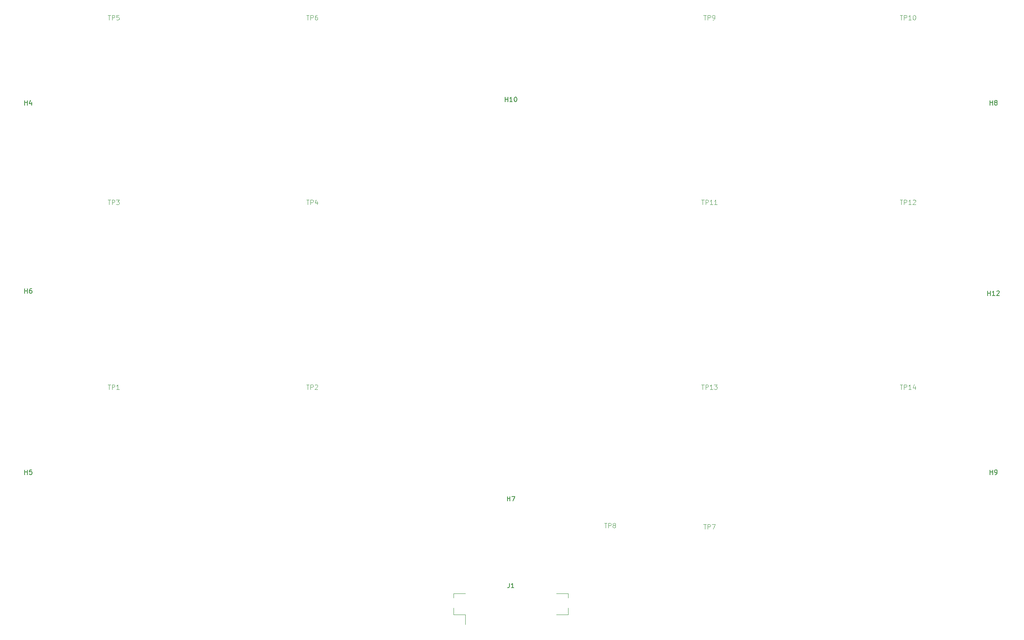
<source format=gbr>
%TF.GenerationSoftware,KiCad,Pcbnew,7.0.1*%
%TF.CreationDate,2025-05-26T15:04:13+02:00*%
%TF.ProjectId,federkontaktplatine,66656465-726b-46f6-9e74-616b74706c61,rev?*%
%TF.SameCoordinates,Original*%
%TF.FileFunction,Legend,Top*%
%TF.FilePolarity,Positive*%
%FSLAX46Y46*%
G04 Gerber Fmt 4.6, Leading zero omitted, Abs format (unit mm)*
G04 Created by KiCad (PCBNEW 7.0.1) date 2025-05-26 15:04:13*
%MOMM*%
%LPD*%
G01*
G04 APERTURE LIST*
%ADD10C,0.150000*%
%ADD11C,0.100000*%
%ADD12C,0.120000*%
G04 APERTURE END LIST*
D10*
%TO.C,H5*%
X42738095Y-135912619D02*
X42738095Y-134912619D01*
X42738095Y-135388809D02*
X43309523Y-135388809D01*
X43309523Y-135912619D02*
X43309523Y-134912619D01*
X44261904Y-134912619D02*
X43785714Y-134912619D01*
X43785714Y-134912619D02*
X43738095Y-135388809D01*
X43738095Y-135388809D02*
X43785714Y-135341190D01*
X43785714Y-135341190D02*
X43880952Y-135293571D01*
X43880952Y-135293571D02*
X44119047Y-135293571D01*
X44119047Y-135293571D02*
X44214285Y-135341190D01*
X44214285Y-135341190D02*
X44261904Y-135388809D01*
X44261904Y-135388809D02*
X44309523Y-135484047D01*
X44309523Y-135484047D02*
X44309523Y-135722142D01*
X44309523Y-135722142D02*
X44261904Y-135817380D01*
X44261904Y-135817380D02*
X44214285Y-135865000D01*
X44214285Y-135865000D02*
X44119047Y-135912619D01*
X44119047Y-135912619D02*
X43880952Y-135912619D01*
X43880952Y-135912619D02*
X43785714Y-135865000D01*
X43785714Y-135865000D02*
X43738095Y-135817380D01*
%TO.C,H12*%
X251261905Y-97162619D02*
X251261905Y-96162619D01*
X251261905Y-96638809D02*
X251833333Y-96638809D01*
X251833333Y-97162619D02*
X251833333Y-96162619D01*
X252833333Y-97162619D02*
X252261905Y-97162619D01*
X252547619Y-97162619D02*
X252547619Y-96162619D01*
X252547619Y-96162619D02*
X252452381Y-96305476D01*
X252452381Y-96305476D02*
X252357143Y-96400714D01*
X252357143Y-96400714D02*
X252261905Y-96448333D01*
X253214286Y-96257857D02*
X253261905Y-96210238D01*
X253261905Y-96210238D02*
X253357143Y-96162619D01*
X253357143Y-96162619D02*
X253595238Y-96162619D01*
X253595238Y-96162619D02*
X253690476Y-96210238D01*
X253690476Y-96210238D02*
X253738095Y-96257857D01*
X253738095Y-96257857D02*
X253785714Y-96353095D01*
X253785714Y-96353095D02*
X253785714Y-96448333D01*
X253785714Y-96448333D02*
X253738095Y-96591190D01*
X253738095Y-96591190D02*
X253166667Y-97162619D01*
X253166667Y-97162619D02*
X253785714Y-97162619D01*
%TO.C,H9*%
X251738095Y-135912619D02*
X251738095Y-134912619D01*
X251738095Y-135388809D02*
X252309523Y-135388809D01*
X252309523Y-135912619D02*
X252309523Y-134912619D01*
X252833333Y-135912619D02*
X253023809Y-135912619D01*
X253023809Y-135912619D02*
X253119047Y-135865000D01*
X253119047Y-135865000D02*
X253166666Y-135817380D01*
X253166666Y-135817380D02*
X253261904Y-135674523D01*
X253261904Y-135674523D02*
X253309523Y-135484047D01*
X253309523Y-135484047D02*
X253309523Y-135103095D01*
X253309523Y-135103095D02*
X253261904Y-135007857D01*
X253261904Y-135007857D02*
X253214285Y-134960238D01*
X253214285Y-134960238D02*
X253119047Y-134912619D01*
X253119047Y-134912619D02*
X252928571Y-134912619D01*
X252928571Y-134912619D02*
X252833333Y-134960238D01*
X252833333Y-134960238D02*
X252785714Y-135007857D01*
X252785714Y-135007857D02*
X252738095Y-135103095D01*
X252738095Y-135103095D02*
X252738095Y-135341190D01*
X252738095Y-135341190D02*
X252785714Y-135436428D01*
X252785714Y-135436428D02*
X252833333Y-135484047D01*
X252833333Y-135484047D02*
X252928571Y-135531666D01*
X252928571Y-135531666D02*
X253119047Y-135531666D01*
X253119047Y-135531666D02*
X253214285Y-135484047D01*
X253214285Y-135484047D02*
X253261904Y-135436428D01*
X253261904Y-135436428D02*
X253309523Y-135341190D01*
%TO.C,H6*%
X42738095Y-96662619D02*
X42738095Y-95662619D01*
X42738095Y-96138809D02*
X43309523Y-96138809D01*
X43309523Y-96662619D02*
X43309523Y-95662619D01*
X44214285Y-95662619D02*
X44023809Y-95662619D01*
X44023809Y-95662619D02*
X43928571Y-95710238D01*
X43928571Y-95710238D02*
X43880952Y-95757857D01*
X43880952Y-95757857D02*
X43785714Y-95900714D01*
X43785714Y-95900714D02*
X43738095Y-96091190D01*
X43738095Y-96091190D02*
X43738095Y-96472142D01*
X43738095Y-96472142D02*
X43785714Y-96567380D01*
X43785714Y-96567380D02*
X43833333Y-96615000D01*
X43833333Y-96615000D02*
X43928571Y-96662619D01*
X43928571Y-96662619D02*
X44119047Y-96662619D01*
X44119047Y-96662619D02*
X44214285Y-96615000D01*
X44214285Y-96615000D02*
X44261904Y-96567380D01*
X44261904Y-96567380D02*
X44309523Y-96472142D01*
X44309523Y-96472142D02*
X44309523Y-96234047D01*
X44309523Y-96234047D02*
X44261904Y-96138809D01*
X44261904Y-96138809D02*
X44214285Y-96091190D01*
X44214285Y-96091190D02*
X44119047Y-96043571D01*
X44119047Y-96043571D02*
X43928571Y-96043571D01*
X43928571Y-96043571D02*
X43833333Y-96091190D01*
X43833333Y-96091190D02*
X43785714Y-96138809D01*
X43785714Y-96138809D02*
X43738095Y-96234047D01*
%TO.C,H4*%
X42738095Y-55912619D02*
X42738095Y-54912619D01*
X42738095Y-55388809D02*
X43309523Y-55388809D01*
X43309523Y-55912619D02*
X43309523Y-54912619D01*
X44214285Y-55245952D02*
X44214285Y-55912619D01*
X43976190Y-54865000D02*
X43738095Y-55579285D01*
X43738095Y-55579285D02*
X44357142Y-55579285D01*
%TO.C,H10*%
X146761905Y-55162619D02*
X146761905Y-54162619D01*
X146761905Y-54638809D02*
X147333333Y-54638809D01*
X147333333Y-55162619D02*
X147333333Y-54162619D01*
X148333333Y-55162619D02*
X147761905Y-55162619D01*
X148047619Y-55162619D02*
X148047619Y-54162619D01*
X148047619Y-54162619D02*
X147952381Y-54305476D01*
X147952381Y-54305476D02*
X147857143Y-54400714D01*
X147857143Y-54400714D02*
X147761905Y-54448333D01*
X148952381Y-54162619D02*
X149047619Y-54162619D01*
X149047619Y-54162619D02*
X149142857Y-54210238D01*
X149142857Y-54210238D02*
X149190476Y-54257857D01*
X149190476Y-54257857D02*
X149238095Y-54353095D01*
X149238095Y-54353095D02*
X149285714Y-54543571D01*
X149285714Y-54543571D02*
X149285714Y-54781666D01*
X149285714Y-54781666D02*
X149238095Y-54972142D01*
X149238095Y-54972142D02*
X149190476Y-55067380D01*
X149190476Y-55067380D02*
X149142857Y-55115000D01*
X149142857Y-55115000D02*
X149047619Y-55162619D01*
X149047619Y-55162619D02*
X148952381Y-55162619D01*
X148952381Y-55162619D02*
X148857143Y-55115000D01*
X148857143Y-55115000D02*
X148809524Y-55067380D01*
X148809524Y-55067380D02*
X148761905Y-54972142D01*
X148761905Y-54972142D02*
X148714286Y-54781666D01*
X148714286Y-54781666D02*
X148714286Y-54543571D01*
X148714286Y-54543571D02*
X148761905Y-54353095D01*
X148761905Y-54353095D02*
X148809524Y-54257857D01*
X148809524Y-54257857D02*
X148857143Y-54210238D01*
X148857143Y-54210238D02*
X148952381Y-54162619D01*
%TO.C,H7*%
X147238095Y-141662619D02*
X147238095Y-140662619D01*
X147238095Y-141138809D02*
X147809523Y-141138809D01*
X147809523Y-141662619D02*
X147809523Y-140662619D01*
X148190476Y-140662619D02*
X148857142Y-140662619D01*
X148857142Y-140662619D02*
X148428571Y-141662619D01*
%TO.C,H8*%
X251738095Y-55912619D02*
X251738095Y-54912619D01*
X251738095Y-55388809D02*
X252309523Y-55388809D01*
X252309523Y-55912619D02*
X252309523Y-54912619D01*
X252928571Y-55341190D02*
X252833333Y-55293571D01*
X252833333Y-55293571D02*
X252785714Y-55245952D01*
X252785714Y-55245952D02*
X252738095Y-55150714D01*
X252738095Y-55150714D02*
X252738095Y-55103095D01*
X252738095Y-55103095D02*
X252785714Y-55007857D01*
X252785714Y-55007857D02*
X252833333Y-54960238D01*
X252833333Y-54960238D02*
X252928571Y-54912619D01*
X252928571Y-54912619D02*
X253119047Y-54912619D01*
X253119047Y-54912619D02*
X253214285Y-54960238D01*
X253214285Y-54960238D02*
X253261904Y-55007857D01*
X253261904Y-55007857D02*
X253309523Y-55103095D01*
X253309523Y-55103095D02*
X253309523Y-55150714D01*
X253309523Y-55150714D02*
X253261904Y-55245952D01*
X253261904Y-55245952D02*
X253214285Y-55293571D01*
X253214285Y-55293571D02*
X253119047Y-55341190D01*
X253119047Y-55341190D02*
X252928571Y-55341190D01*
X252928571Y-55341190D02*
X252833333Y-55388809D01*
X252833333Y-55388809D02*
X252785714Y-55436428D01*
X252785714Y-55436428D02*
X252738095Y-55531666D01*
X252738095Y-55531666D02*
X252738095Y-55722142D01*
X252738095Y-55722142D02*
X252785714Y-55817380D01*
X252785714Y-55817380D02*
X252833333Y-55865000D01*
X252833333Y-55865000D02*
X252928571Y-55912619D01*
X252928571Y-55912619D02*
X253119047Y-55912619D01*
X253119047Y-55912619D02*
X253214285Y-55865000D01*
X253214285Y-55865000D02*
X253261904Y-55817380D01*
X253261904Y-55817380D02*
X253309523Y-55722142D01*
X253309523Y-55722142D02*
X253309523Y-55531666D01*
X253309523Y-55531666D02*
X253261904Y-55436428D01*
X253261904Y-55436428D02*
X253214285Y-55388809D01*
X253214285Y-55388809D02*
X253119047Y-55341190D01*
D11*
%TO.C,TP11*%
X189261905Y-76462619D02*
X189833333Y-76462619D01*
X189547619Y-77462619D02*
X189547619Y-76462619D01*
X190166667Y-77462619D02*
X190166667Y-76462619D01*
X190166667Y-76462619D02*
X190547619Y-76462619D01*
X190547619Y-76462619D02*
X190642857Y-76510238D01*
X190642857Y-76510238D02*
X190690476Y-76557857D01*
X190690476Y-76557857D02*
X190738095Y-76653095D01*
X190738095Y-76653095D02*
X190738095Y-76795952D01*
X190738095Y-76795952D02*
X190690476Y-76891190D01*
X190690476Y-76891190D02*
X190642857Y-76938809D01*
X190642857Y-76938809D02*
X190547619Y-76986428D01*
X190547619Y-76986428D02*
X190166667Y-76986428D01*
X191690476Y-77462619D02*
X191119048Y-77462619D01*
X191404762Y-77462619D02*
X191404762Y-76462619D01*
X191404762Y-76462619D02*
X191309524Y-76605476D01*
X191309524Y-76605476D02*
X191214286Y-76700714D01*
X191214286Y-76700714D02*
X191119048Y-76748333D01*
X192642857Y-77462619D02*
X192071429Y-77462619D01*
X192357143Y-77462619D02*
X192357143Y-76462619D01*
X192357143Y-76462619D02*
X192261905Y-76605476D01*
X192261905Y-76605476D02*
X192166667Y-76700714D01*
X192166667Y-76700714D02*
X192071429Y-76748333D01*
%TO.C,TP4*%
X103738095Y-76462619D02*
X104309523Y-76462619D01*
X104023809Y-77462619D02*
X104023809Y-76462619D01*
X104642857Y-77462619D02*
X104642857Y-76462619D01*
X104642857Y-76462619D02*
X105023809Y-76462619D01*
X105023809Y-76462619D02*
X105119047Y-76510238D01*
X105119047Y-76510238D02*
X105166666Y-76557857D01*
X105166666Y-76557857D02*
X105214285Y-76653095D01*
X105214285Y-76653095D02*
X105214285Y-76795952D01*
X105214285Y-76795952D02*
X105166666Y-76891190D01*
X105166666Y-76891190D02*
X105119047Y-76938809D01*
X105119047Y-76938809D02*
X105023809Y-76986428D01*
X105023809Y-76986428D02*
X104642857Y-76986428D01*
X106071428Y-76795952D02*
X106071428Y-77462619D01*
X105833333Y-76415000D02*
X105595238Y-77129285D01*
X105595238Y-77129285D02*
X106214285Y-77129285D01*
D10*
%TO.C,J1*%
X147666666Y-159462619D02*
X147666666Y-160176904D01*
X147666666Y-160176904D02*
X147619047Y-160319761D01*
X147619047Y-160319761D02*
X147523809Y-160415000D01*
X147523809Y-160415000D02*
X147380952Y-160462619D01*
X147380952Y-160462619D02*
X147285714Y-160462619D01*
X148666666Y-160462619D02*
X148095238Y-160462619D01*
X148380952Y-160462619D02*
X148380952Y-159462619D01*
X148380952Y-159462619D02*
X148285714Y-159605476D01*
X148285714Y-159605476D02*
X148190476Y-159700714D01*
X148190476Y-159700714D02*
X148095238Y-159748333D01*
D11*
%TO.C,TP8*%
X168238095Y-146462619D02*
X168809523Y-146462619D01*
X168523809Y-147462619D02*
X168523809Y-146462619D01*
X169142857Y-147462619D02*
X169142857Y-146462619D01*
X169142857Y-146462619D02*
X169523809Y-146462619D01*
X169523809Y-146462619D02*
X169619047Y-146510238D01*
X169619047Y-146510238D02*
X169666666Y-146557857D01*
X169666666Y-146557857D02*
X169714285Y-146653095D01*
X169714285Y-146653095D02*
X169714285Y-146795952D01*
X169714285Y-146795952D02*
X169666666Y-146891190D01*
X169666666Y-146891190D02*
X169619047Y-146938809D01*
X169619047Y-146938809D02*
X169523809Y-146986428D01*
X169523809Y-146986428D02*
X169142857Y-146986428D01*
X170285714Y-146891190D02*
X170190476Y-146843571D01*
X170190476Y-146843571D02*
X170142857Y-146795952D01*
X170142857Y-146795952D02*
X170095238Y-146700714D01*
X170095238Y-146700714D02*
X170095238Y-146653095D01*
X170095238Y-146653095D02*
X170142857Y-146557857D01*
X170142857Y-146557857D02*
X170190476Y-146510238D01*
X170190476Y-146510238D02*
X170285714Y-146462619D01*
X170285714Y-146462619D02*
X170476190Y-146462619D01*
X170476190Y-146462619D02*
X170571428Y-146510238D01*
X170571428Y-146510238D02*
X170619047Y-146557857D01*
X170619047Y-146557857D02*
X170666666Y-146653095D01*
X170666666Y-146653095D02*
X170666666Y-146700714D01*
X170666666Y-146700714D02*
X170619047Y-146795952D01*
X170619047Y-146795952D02*
X170571428Y-146843571D01*
X170571428Y-146843571D02*
X170476190Y-146891190D01*
X170476190Y-146891190D02*
X170285714Y-146891190D01*
X170285714Y-146891190D02*
X170190476Y-146938809D01*
X170190476Y-146938809D02*
X170142857Y-146986428D01*
X170142857Y-146986428D02*
X170095238Y-147081666D01*
X170095238Y-147081666D02*
X170095238Y-147272142D01*
X170095238Y-147272142D02*
X170142857Y-147367380D01*
X170142857Y-147367380D02*
X170190476Y-147415000D01*
X170190476Y-147415000D02*
X170285714Y-147462619D01*
X170285714Y-147462619D02*
X170476190Y-147462619D01*
X170476190Y-147462619D02*
X170571428Y-147415000D01*
X170571428Y-147415000D02*
X170619047Y-147367380D01*
X170619047Y-147367380D02*
X170666666Y-147272142D01*
X170666666Y-147272142D02*
X170666666Y-147081666D01*
X170666666Y-147081666D02*
X170619047Y-146986428D01*
X170619047Y-146986428D02*
X170571428Y-146938809D01*
X170571428Y-146938809D02*
X170476190Y-146891190D01*
%TO.C,TP5*%
X60738095Y-36462619D02*
X61309523Y-36462619D01*
X61023809Y-37462619D02*
X61023809Y-36462619D01*
X61642857Y-37462619D02*
X61642857Y-36462619D01*
X61642857Y-36462619D02*
X62023809Y-36462619D01*
X62023809Y-36462619D02*
X62119047Y-36510238D01*
X62119047Y-36510238D02*
X62166666Y-36557857D01*
X62166666Y-36557857D02*
X62214285Y-36653095D01*
X62214285Y-36653095D02*
X62214285Y-36795952D01*
X62214285Y-36795952D02*
X62166666Y-36891190D01*
X62166666Y-36891190D02*
X62119047Y-36938809D01*
X62119047Y-36938809D02*
X62023809Y-36986428D01*
X62023809Y-36986428D02*
X61642857Y-36986428D01*
X63119047Y-36462619D02*
X62642857Y-36462619D01*
X62642857Y-36462619D02*
X62595238Y-36938809D01*
X62595238Y-36938809D02*
X62642857Y-36891190D01*
X62642857Y-36891190D02*
X62738095Y-36843571D01*
X62738095Y-36843571D02*
X62976190Y-36843571D01*
X62976190Y-36843571D02*
X63071428Y-36891190D01*
X63071428Y-36891190D02*
X63119047Y-36938809D01*
X63119047Y-36938809D02*
X63166666Y-37034047D01*
X63166666Y-37034047D02*
X63166666Y-37272142D01*
X63166666Y-37272142D02*
X63119047Y-37367380D01*
X63119047Y-37367380D02*
X63071428Y-37415000D01*
X63071428Y-37415000D02*
X62976190Y-37462619D01*
X62976190Y-37462619D02*
X62738095Y-37462619D01*
X62738095Y-37462619D02*
X62642857Y-37415000D01*
X62642857Y-37415000D02*
X62595238Y-37367380D01*
%TO.C,TP10*%
X232261905Y-36462619D02*
X232833333Y-36462619D01*
X232547619Y-37462619D02*
X232547619Y-36462619D01*
X233166667Y-37462619D02*
X233166667Y-36462619D01*
X233166667Y-36462619D02*
X233547619Y-36462619D01*
X233547619Y-36462619D02*
X233642857Y-36510238D01*
X233642857Y-36510238D02*
X233690476Y-36557857D01*
X233690476Y-36557857D02*
X233738095Y-36653095D01*
X233738095Y-36653095D02*
X233738095Y-36795952D01*
X233738095Y-36795952D02*
X233690476Y-36891190D01*
X233690476Y-36891190D02*
X233642857Y-36938809D01*
X233642857Y-36938809D02*
X233547619Y-36986428D01*
X233547619Y-36986428D02*
X233166667Y-36986428D01*
X234690476Y-37462619D02*
X234119048Y-37462619D01*
X234404762Y-37462619D02*
X234404762Y-36462619D01*
X234404762Y-36462619D02*
X234309524Y-36605476D01*
X234309524Y-36605476D02*
X234214286Y-36700714D01*
X234214286Y-36700714D02*
X234119048Y-36748333D01*
X235309524Y-36462619D02*
X235404762Y-36462619D01*
X235404762Y-36462619D02*
X235500000Y-36510238D01*
X235500000Y-36510238D02*
X235547619Y-36557857D01*
X235547619Y-36557857D02*
X235595238Y-36653095D01*
X235595238Y-36653095D02*
X235642857Y-36843571D01*
X235642857Y-36843571D02*
X235642857Y-37081666D01*
X235642857Y-37081666D02*
X235595238Y-37272142D01*
X235595238Y-37272142D02*
X235547619Y-37367380D01*
X235547619Y-37367380D02*
X235500000Y-37415000D01*
X235500000Y-37415000D02*
X235404762Y-37462619D01*
X235404762Y-37462619D02*
X235309524Y-37462619D01*
X235309524Y-37462619D02*
X235214286Y-37415000D01*
X235214286Y-37415000D02*
X235166667Y-37367380D01*
X235166667Y-37367380D02*
X235119048Y-37272142D01*
X235119048Y-37272142D02*
X235071429Y-37081666D01*
X235071429Y-37081666D02*
X235071429Y-36843571D01*
X235071429Y-36843571D02*
X235119048Y-36653095D01*
X235119048Y-36653095D02*
X235166667Y-36557857D01*
X235166667Y-36557857D02*
X235214286Y-36510238D01*
X235214286Y-36510238D02*
X235309524Y-36462619D01*
%TO.C,TP3*%
X60738095Y-76462619D02*
X61309523Y-76462619D01*
X61023809Y-77462619D02*
X61023809Y-76462619D01*
X61642857Y-77462619D02*
X61642857Y-76462619D01*
X61642857Y-76462619D02*
X62023809Y-76462619D01*
X62023809Y-76462619D02*
X62119047Y-76510238D01*
X62119047Y-76510238D02*
X62166666Y-76557857D01*
X62166666Y-76557857D02*
X62214285Y-76653095D01*
X62214285Y-76653095D02*
X62214285Y-76795952D01*
X62214285Y-76795952D02*
X62166666Y-76891190D01*
X62166666Y-76891190D02*
X62119047Y-76938809D01*
X62119047Y-76938809D02*
X62023809Y-76986428D01*
X62023809Y-76986428D02*
X61642857Y-76986428D01*
X62547619Y-76462619D02*
X63166666Y-76462619D01*
X63166666Y-76462619D02*
X62833333Y-76843571D01*
X62833333Y-76843571D02*
X62976190Y-76843571D01*
X62976190Y-76843571D02*
X63071428Y-76891190D01*
X63071428Y-76891190D02*
X63119047Y-76938809D01*
X63119047Y-76938809D02*
X63166666Y-77034047D01*
X63166666Y-77034047D02*
X63166666Y-77272142D01*
X63166666Y-77272142D02*
X63119047Y-77367380D01*
X63119047Y-77367380D02*
X63071428Y-77415000D01*
X63071428Y-77415000D02*
X62976190Y-77462619D01*
X62976190Y-77462619D02*
X62690476Y-77462619D01*
X62690476Y-77462619D02*
X62595238Y-77415000D01*
X62595238Y-77415000D02*
X62547619Y-77367380D01*
%TO.C,TP14*%
X232261905Y-116462619D02*
X232833333Y-116462619D01*
X232547619Y-117462619D02*
X232547619Y-116462619D01*
X233166667Y-117462619D02*
X233166667Y-116462619D01*
X233166667Y-116462619D02*
X233547619Y-116462619D01*
X233547619Y-116462619D02*
X233642857Y-116510238D01*
X233642857Y-116510238D02*
X233690476Y-116557857D01*
X233690476Y-116557857D02*
X233738095Y-116653095D01*
X233738095Y-116653095D02*
X233738095Y-116795952D01*
X233738095Y-116795952D02*
X233690476Y-116891190D01*
X233690476Y-116891190D02*
X233642857Y-116938809D01*
X233642857Y-116938809D02*
X233547619Y-116986428D01*
X233547619Y-116986428D02*
X233166667Y-116986428D01*
X234690476Y-117462619D02*
X234119048Y-117462619D01*
X234404762Y-117462619D02*
X234404762Y-116462619D01*
X234404762Y-116462619D02*
X234309524Y-116605476D01*
X234309524Y-116605476D02*
X234214286Y-116700714D01*
X234214286Y-116700714D02*
X234119048Y-116748333D01*
X235547619Y-116795952D02*
X235547619Y-117462619D01*
X235309524Y-116415000D02*
X235071429Y-117129285D01*
X235071429Y-117129285D02*
X235690476Y-117129285D01*
%TO.C,TP7*%
X189738095Y-146712619D02*
X190309523Y-146712619D01*
X190023809Y-147712619D02*
X190023809Y-146712619D01*
X190642857Y-147712619D02*
X190642857Y-146712619D01*
X190642857Y-146712619D02*
X191023809Y-146712619D01*
X191023809Y-146712619D02*
X191119047Y-146760238D01*
X191119047Y-146760238D02*
X191166666Y-146807857D01*
X191166666Y-146807857D02*
X191214285Y-146903095D01*
X191214285Y-146903095D02*
X191214285Y-147045952D01*
X191214285Y-147045952D02*
X191166666Y-147141190D01*
X191166666Y-147141190D02*
X191119047Y-147188809D01*
X191119047Y-147188809D02*
X191023809Y-147236428D01*
X191023809Y-147236428D02*
X190642857Y-147236428D01*
X191547619Y-146712619D02*
X192214285Y-146712619D01*
X192214285Y-146712619D02*
X191785714Y-147712619D01*
%TO.C,TP1*%
X60738095Y-116462619D02*
X61309523Y-116462619D01*
X61023809Y-117462619D02*
X61023809Y-116462619D01*
X61642857Y-117462619D02*
X61642857Y-116462619D01*
X61642857Y-116462619D02*
X62023809Y-116462619D01*
X62023809Y-116462619D02*
X62119047Y-116510238D01*
X62119047Y-116510238D02*
X62166666Y-116557857D01*
X62166666Y-116557857D02*
X62214285Y-116653095D01*
X62214285Y-116653095D02*
X62214285Y-116795952D01*
X62214285Y-116795952D02*
X62166666Y-116891190D01*
X62166666Y-116891190D02*
X62119047Y-116938809D01*
X62119047Y-116938809D02*
X62023809Y-116986428D01*
X62023809Y-116986428D02*
X61642857Y-116986428D01*
X63166666Y-117462619D02*
X62595238Y-117462619D01*
X62880952Y-117462619D02*
X62880952Y-116462619D01*
X62880952Y-116462619D02*
X62785714Y-116605476D01*
X62785714Y-116605476D02*
X62690476Y-116700714D01*
X62690476Y-116700714D02*
X62595238Y-116748333D01*
%TO.C,TP12*%
X232261905Y-76462619D02*
X232833333Y-76462619D01*
X232547619Y-77462619D02*
X232547619Y-76462619D01*
X233166667Y-77462619D02*
X233166667Y-76462619D01*
X233166667Y-76462619D02*
X233547619Y-76462619D01*
X233547619Y-76462619D02*
X233642857Y-76510238D01*
X233642857Y-76510238D02*
X233690476Y-76557857D01*
X233690476Y-76557857D02*
X233738095Y-76653095D01*
X233738095Y-76653095D02*
X233738095Y-76795952D01*
X233738095Y-76795952D02*
X233690476Y-76891190D01*
X233690476Y-76891190D02*
X233642857Y-76938809D01*
X233642857Y-76938809D02*
X233547619Y-76986428D01*
X233547619Y-76986428D02*
X233166667Y-76986428D01*
X234690476Y-77462619D02*
X234119048Y-77462619D01*
X234404762Y-77462619D02*
X234404762Y-76462619D01*
X234404762Y-76462619D02*
X234309524Y-76605476D01*
X234309524Y-76605476D02*
X234214286Y-76700714D01*
X234214286Y-76700714D02*
X234119048Y-76748333D01*
X235071429Y-76557857D02*
X235119048Y-76510238D01*
X235119048Y-76510238D02*
X235214286Y-76462619D01*
X235214286Y-76462619D02*
X235452381Y-76462619D01*
X235452381Y-76462619D02*
X235547619Y-76510238D01*
X235547619Y-76510238D02*
X235595238Y-76557857D01*
X235595238Y-76557857D02*
X235642857Y-76653095D01*
X235642857Y-76653095D02*
X235642857Y-76748333D01*
X235642857Y-76748333D02*
X235595238Y-76891190D01*
X235595238Y-76891190D02*
X235023810Y-77462619D01*
X235023810Y-77462619D02*
X235642857Y-77462619D01*
%TO.C,TP13*%
X189261905Y-116462619D02*
X189833333Y-116462619D01*
X189547619Y-117462619D02*
X189547619Y-116462619D01*
X190166667Y-117462619D02*
X190166667Y-116462619D01*
X190166667Y-116462619D02*
X190547619Y-116462619D01*
X190547619Y-116462619D02*
X190642857Y-116510238D01*
X190642857Y-116510238D02*
X190690476Y-116557857D01*
X190690476Y-116557857D02*
X190738095Y-116653095D01*
X190738095Y-116653095D02*
X190738095Y-116795952D01*
X190738095Y-116795952D02*
X190690476Y-116891190D01*
X190690476Y-116891190D02*
X190642857Y-116938809D01*
X190642857Y-116938809D02*
X190547619Y-116986428D01*
X190547619Y-116986428D02*
X190166667Y-116986428D01*
X191690476Y-117462619D02*
X191119048Y-117462619D01*
X191404762Y-117462619D02*
X191404762Y-116462619D01*
X191404762Y-116462619D02*
X191309524Y-116605476D01*
X191309524Y-116605476D02*
X191214286Y-116700714D01*
X191214286Y-116700714D02*
X191119048Y-116748333D01*
X192023810Y-116462619D02*
X192642857Y-116462619D01*
X192642857Y-116462619D02*
X192309524Y-116843571D01*
X192309524Y-116843571D02*
X192452381Y-116843571D01*
X192452381Y-116843571D02*
X192547619Y-116891190D01*
X192547619Y-116891190D02*
X192595238Y-116938809D01*
X192595238Y-116938809D02*
X192642857Y-117034047D01*
X192642857Y-117034047D02*
X192642857Y-117272142D01*
X192642857Y-117272142D02*
X192595238Y-117367380D01*
X192595238Y-117367380D02*
X192547619Y-117415000D01*
X192547619Y-117415000D02*
X192452381Y-117462619D01*
X192452381Y-117462619D02*
X192166667Y-117462619D01*
X192166667Y-117462619D02*
X192071429Y-117415000D01*
X192071429Y-117415000D02*
X192023810Y-117367380D01*
%TO.C,TP2*%
X103738095Y-116462619D02*
X104309523Y-116462619D01*
X104023809Y-117462619D02*
X104023809Y-116462619D01*
X104642857Y-117462619D02*
X104642857Y-116462619D01*
X104642857Y-116462619D02*
X105023809Y-116462619D01*
X105023809Y-116462619D02*
X105119047Y-116510238D01*
X105119047Y-116510238D02*
X105166666Y-116557857D01*
X105166666Y-116557857D02*
X105214285Y-116653095D01*
X105214285Y-116653095D02*
X105214285Y-116795952D01*
X105214285Y-116795952D02*
X105166666Y-116891190D01*
X105166666Y-116891190D02*
X105119047Y-116938809D01*
X105119047Y-116938809D02*
X105023809Y-116986428D01*
X105023809Y-116986428D02*
X104642857Y-116986428D01*
X105595238Y-116557857D02*
X105642857Y-116510238D01*
X105642857Y-116510238D02*
X105738095Y-116462619D01*
X105738095Y-116462619D02*
X105976190Y-116462619D01*
X105976190Y-116462619D02*
X106071428Y-116510238D01*
X106071428Y-116510238D02*
X106119047Y-116557857D01*
X106119047Y-116557857D02*
X106166666Y-116653095D01*
X106166666Y-116653095D02*
X106166666Y-116748333D01*
X106166666Y-116748333D02*
X106119047Y-116891190D01*
X106119047Y-116891190D02*
X105547619Y-117462619D01*
X105547619Y-117462619D02*
X106166666Y-117462619D01*
%TO.C,TP6*%
X103738095Y-36462619D02*
X104309523Y-36462619D01*
X104023809Y-37462619D02*
X104023809Y-36462619D01*
X104642857Y-37462619D02*
X104642857Y-36462619D01*
X104642857Y-36462619D02*
X105023809Y-36462619D01*
X105023809Y-36462619D02*
X105119047Y-36510238D01*
X105119047Y-36510238D02*
X105166666Y-36557857D01*
X105166666Y-36557857D02*
X105214285Y-36653095D01*
X105214285Y-36653095D02*
X105214285Y-36795952D01*
X105214285Y-36795952D02*
X105166666Y-36891190D01*
X105166666Y-36891190D02*
X105119047Y-36938809D01*
X105119047Y-36938809D02*
X105023809Y-36986428D01*
X105023809Y-36986428D02*
X104642857Y-36986428D01*
X106071428Y-36462619D02*
X105880952Y-36462619D01*
X105880952Y-36462619D02*
X105785714Y-36510238D01*
X105785714Y-36510238D02*
X105738095Y-36557857D01*
X105738095Y-36557857D02*
X105642857Y-36700714D01*
X105642857Y-36700714D02*
X105595238Y-36891190D01*
X105595238Y-36891190D02*
X105595238Y-37272142D01*
X105595238Y-37272142D02*
X105642857Y-37367380D01*
X105642857Y-37367380D02*
X105690476Y-37415000D01*
X105690476Y-37415000D02*
X105785714Y-37462619D01*
X105785714Y-37462619D02*
X105976190Y-37462619D01*
X105976190Y-37462619D02*
X106071428Y-37415000D01*
X106071428Y-37415000D02*
X106119047Y-37367380D01*
X106119047Y-37367380D02*
X106166666Y-37272142D01*
X106166666Y-37272142D02*
X106166666Y-37034047D01*
X106166666Y-37034047D02*
X106119047Y-36938809D01*
X106119047Y-36938809D02*
X106071428Y-36891190D01*
X106071428Y-36891190D02*
X105976190Y-36843571D01*
X105976190Y-36843571D02*
X105785714Y-36843571D01*
X105785714Y-36843571D02*
X105690476Y-36891190D01*
X105690476Y-36891190D02*
X105642857Y-36938809D01*
X105642857Y-36938809D02*
X105595238Y-37034047D01*
%TO.C,TP9*%
X189738095Y-36462619D02*
X190309523Y-36462619D01*
X190023809Y-37462619D02*
X190023809Y-36462619D01*
X190642857Y-37462619D02*
X190642857Y-36462619D01*
X190642857Y-36462619D02*
X191023809Y-36462619D01*
X191023809Y-36462619D02*
X191119047Y-36510238D01*
X191119047Y-36510238D02*
X191166666Y-36557857D01*
X191166666Y-36557857D02*
X191214285Y-36653095D01*
X191214285Y-36653095D02*
X191214285Y-36795952D01*
X191214285Y-36795952D02*
X191166666Y-36891190D01*
X191166666Y-36891190D02*
X191119047Y-36938809D01*
X191119047Y-36938809D02*
X191023809Y-36986428D01*
X191023809Y-36986428D02*
X190642857Y-36986428D01*
X191690476Y-37462619D02*
X191880952Y-37462619D01*
X191880952Y-37462619D02*
X191976190Y-37415000D01*
X191976190Y-37415000D02*
X192023809Y-37367380D01*
X192023809Y-37367380D02*
X192119047Y-37224523D01*
X192119047Y-37224523D02*
X192166666Y-37034047D01*
X192166666Y-37034047D02*
X192166666Y-36653095D01*
X192166666Y-36653095D02*
X192119047Y-36557857D01*
X192119047Y-36557857D02*
X192071428Y-36510238D01*
X192071428Y-36510238D02*
X191976190Y-36462619D01*
X191976190Y-36462619D02*
X191785714Y-36462619D01*
X191785714Y-36462619D02*
X191690476Y-36510238D01*
X191690476Y-36510238D02*
X191642857Y-36557857D01*
X191642857Y-36557857D02*
X191595238Y-36653095D01*
X191595238Y-36653095D02*
X191595238Y-36891190D01*
X191595238Y-36891190D02*
X191642857Y-36986428D01*
X191642857Y-36986428D02*
X191690476Y-37034047D01*
X191690476Y-37034047D02*
X191785714Y-37081666D01*
X191785714Y-37081666D02*
X191976190Y-37081666D01*
X191976190Y-37081666D02*
X192071428Y-37034047D01*
X192071428Y-37034047D02*
X192119047Y-36986428D01*
X192119047Y-36986428D02*
X192166666Y-36891190D01*
D12*
%TO.C,J1*%
X135565000Y-161705000D02*
X136985000Y-161705000D01*
X135565000Y-162630000D02*
X135565000Y-161705000D01*
X135565000Y-164800000D02*
X135565000Y-166295000D01*
X135565000Y-166295000D02*
X138105000Y-166295000D01*
X136985000Y-161705000D02*
X136985000Y-161705000D01*
X136985000Y-161705000D02*
X138105000Y-161705000D01*
X138105000Y-166295000D02*
X138105000Y-168405000D01*
X159015000Y-161705000D02*
X157895000Y-161705000D01*
X159015000Y-161705000D02*
X159015000Y-161705000D01*
X160435000Y-161705000D02*
X159015000Y-161705000D01*
X160435000Y-162630000D02*
X160435000Y-161705000D01*
X160435000Y-164800000D02*
X160435000Y-166295000D01*
X160435000Y-166295000D02*
X157895000Y-166295000D01*
%TD*%
M02*

</source>
